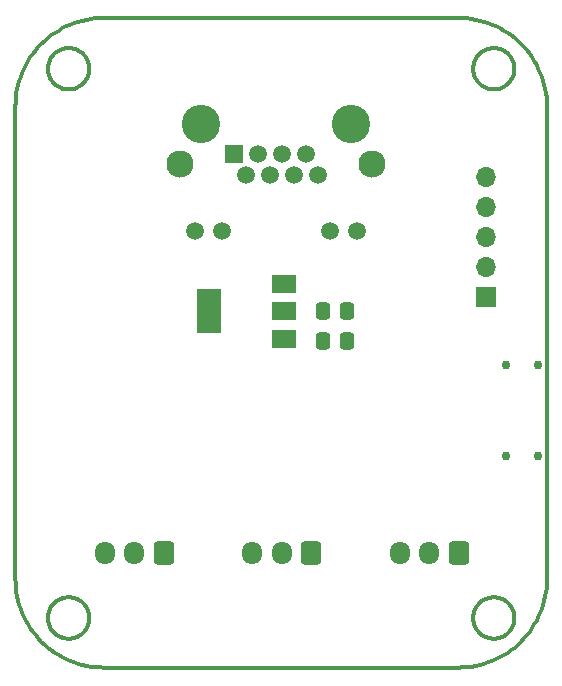
<source format=gbr>
%TF.GenerationSoftware,KiCad,Pcbnew,6.0.9+dfsg-1~bpo11+1*%
%TF.CreationDate,2022-12-30T14:53:09-06:00*%
%TF.ProjectId,Pedals,50656461-6c73-42e6-9b69-6361645f7063,rev?*%
%TF.SameCoordinates,Original*%
%TF.FileFunction,Soldermask,Bot*%
%TF.FilePolarity,Negative*%
%FSLAX46Y46*%
G04 Gerber Fmt 4.6, Leading zero omitted, Abs format (unit mm)*
G04 Created by KiCad (PCBNEW 6.0.9+dfsg-1~bpo11+1) date 2022-12-30 14:53:09*
%MOMM*%
%LPD*%
G01*
G04 APERTURE LIST*
G04 Aperture macros list*
%AMRoundRect*
0 Rectangle with rounded corners*
0 $1 Rounding radius*
0 $2 $3 $4 $5 $6 $7 $8 $9 X,Y pos of 4 corners*
0 Add a 4 corners polygon primitive as box body*
4,1,4,$2,$3,$4,$5,$6,$7,$8,$9,$2,$3,0*
0 Add four circle primitives for the rounded corners*
1,1,$1+$1,$2,$3*
1,1,$1+$1,$4,$5*
1,1,$1+$1,$6,$7*
1,1,$1+$1,$8,$9*
0 Add four rect primitives between the rounded corners*
20,1,$1+$1,$2,$3,$4,$5,0*
20,1,$1+$1,$4,$5,$6,$7,0*
20,1,$1+$1,$6,$7,$8,$9,0*
20,1,$1+$1,$8,$9,$2,$3,0*%
G04 Aperture macros list end*
%TA.AperFunction,Profile*%
%ADD10C,0.349999*%
%TD*%
%ADD11RoundRect,0.250000X0.600000X0.725000X-0.600000X0.725000X-0.600000X-0.725000X0.600000X-0.725000X0*%
%ADD12O,1.700000X1.950000*%
%ADD13C,3.250000*%
%ADD14R,1.500000X1.500000*%
%ADD15C,1.500000*%
%ADD16C,2.300000*%
%ADD17C,0.750000*%
%ADD18R,1.700000X1.700000*%
%ADD19O,1.700000X1.700000*%
%ADD20RoundRect,0.250000X-0.337500X-0.475000X0.337500X-0.475000X0.337500X0.475000X-0.337500X0.475000X0*%
%ADD21R,2.000000X1.500000*%
%ADD22R,2.000000X3.800000*%
G04 APERTURE END LIST*
D10*
X163336833Y-77300384D02*
X163402943Y-77352336D01*
X164097310Y-77664445D02*
X164183488Y-77679835D01*
X164359941Y-77697722D02*
X164449996Y-77699999D01*
X125210088Y-74988996D02*
X125421681Y-74687955D01*
X129208697Y-124027430D02*
X129284154Y-123988784D01*
X168510819Y-76621198D02*
X168625807Y-76968736D01*
X165852333Y-121402946D02*
X165800381Y-121336836D01*
X129268735Y-71974189D02*
X129621871Y-71876192D01*
X162911211Y-76784153D02*
X162953349Y-76857438D01*
X126702277Y-122540054D02*
X126709035Y-122628927D01*
X164012643Y-124144904D02*
X164097310Y-124164445D01*
X130144905Y-76387352D02*
X130164446Y-76302685D01*
X128921198Y-72089177D02*
X129268735Y-71974189D01*
X165745378Y-77126660D02*
X165800381Y-77063162D01*
X126953353Y-123357438D02*
X126998872Y-123428441D01*
X130190964Y-76128927D02*
X130197722Y-76040054D01*
X129563162Y-77300384D02*
X129626660Y-77245381D01*
X168913296Y-78408717D02*
X168940779Y-78778096D01*
X129626660Y-121154617D02*
X129563162Y-121099614D01*
X125013959Y-75299323D02*
X125210088Y-74988996D01*
X164449996Y-77699999D02*
X164449996Y-77699999D01*
X166093807Y-75348290D02*
X166062472Y-75268820D01*
X131449999Y-71650000D02*
X161449996Y-71650000D01*
X123986700Y-78408717D02*
X124032193Y-78042476D01*
X130179835Y-122716507D02*
X130190964Y-122628927D01*
X127768820Y-124062475D02*
X127848290Y-124093810D01*
X127288995Y-72910088D02*
X127599322Y-72713959D01*
X124669112Y-75945376D02*
X124833549Y-75618321D01*
X165912041Y-73121681D02*
X166203181Y-73348484D01*
X126755094Y-122012646D02*
X126735553Y-122097313D01*
X129563162Y-121099614D02*
X129497053Y-121047662D01*
X166093807Y-123051708D02*
X166121319Y-122970396D01*
X164628923Y-124190964D02*
X164716504Y-124179835D01*
X165051705Y-124093810D02*
X165131175Y-124062475D01*
X130164446Y-122097313D02*
X130144905Y-122012646D01*
X165357435Y-120953352D02*
X165284150Y-120911214D01*
X168804554Y-77679989D02*
X168867803Y-78042476D01*
X128802686Y-74235553D02*
X128716507Y-74220163D01*
X165208694Y-124027430D02*
X165284150Y-123988784D01*
X129208697Y-77527430D02*
X129284154Y-77488784D01*
X128887352Y-124144904D02*
X128970396Y-124121323D01*
X129745381Y-121273338D02*
X129687437Y-121212562D01*
X125890241Y-74116192D02*
X126146699Y-73846699D01*
X166190961Y-122628927D02*
X166197719Y-122540054D01*
X163402943Y-123852336D02*
X163471554Y-123901127D01*
X165901124Y-121471557D02*
X165852333Y-121402946D01*
X128271072Y-74209034D02*
X128183491Y-74220163D01*
X162755091Y-122887352D02*
X162778672Y-122970396D01*
X128449999Y-120699999D02*
X128449999Y-120699999D01*
X128449999Y-124199999D02*
X128449999Y-124199999D01*
X129626660Y-123745381D02*
X129687437Y-123687436D01*
X130121323Y-122970396D02*
X130144905Y-122887352D01*
X162998868Y-74971557D02*
X162953349Y-75042560D01*
X129946646Y-75042560D02*
X129901127Y-74971557D01*
X125648483Y-123903185D02*
X125421681Y-123612045D01*
X129800385Y-121336836D02*
X129745381Y-121273338D01*
X127154617Y-123626660D02*
X127212562Y-123687436D01*
X124274189Y-121331264D02*
X124176192Y-120978129D01*
X162872565Y-75191301D02*
X162837519Y-75268820D01*
X162778672Y-75429602D02*
X162755091Y-75512646D01*
X166483805Y-73590241D02*
X166753299Y-73846699D01*
X168949996Y-119150000D02*
X168940779Y-119521903D01*
X164887349Y-124144904D02*
X164970393Y-124121323D01*
X162720160Y-76216507D02*
X162735550Y-76302685D01*
X166199996Y-122449999D02*
X166199996Y-122449999D01*
X166179832Y-122716507D02*
X166190961Y-122628927D01*
X126702277Y-122359944D02*
X126700000Y-122449999D01*
X167886037Y-123000677D02*
X167689909Y-123311004D01*
X163047659Y-74902946D02*
X162998868Y-74971557D01*
X165852333Y-76997052D02*
X165901124Y-76928441D01*
X129626660Y-74654617D02*
X129563162Y-74599614D01*
X129428441Y-77401127D02*
X129497053Y-77352336D01*
X127336837Y-123800384D02*
X127402946Y-123852336D01*
X162735550Y-76302685D02*
X162755091Y-76387352D01*
X166199996Y-75949999D02*
X166197719Y-75859944D01*
X130093810Y-121848290D02*
X130062476Y-121768820D01*
X125421681Y-123612045D02*
X125210088Y-123311004D01*
X128012647Y-74255094D02*
X127929603Y-74278675D01*
X130027430Y-76708697D02*
X130062476Y-76631178D01*
X129357438Y-77446646D02*
X129428441Y-77401127D01*
X163212559Y-121212562D02*
X163154614Y-121273338D01*
X126806189Y-76551708D02*
X126837523Y-76631178D01*
X127615845Y-120911214D02*
X127542560Y-120953352D01*
X124176192Y-77321871D02*
X124274189Y-76968736D01*
X130062476Y-123131178D02*
X130093810Y-123051708D01*
X129621871Y-126423808D02*
X129268735Y-126325811D01*
X126696815Y-124951517D02*
X126416192Y-124709760D01*
X165131175Y-120837523D02*
X165051705Y-120806188D01*
X164970393Y-74278675D02*
X164887349Y-74255094D01*
X131449999Y-71650000D02*
X131449999Y-71650000D01*
X128802686Y-124164445D02*
X128887352Y-124144904D01*
X130093810Y-123051708D02*
X130121323Y-122970396D01*
X162911211Y-121615845D02*
X162872565Y-121691301D01*
X162720160Y-75683491D02*
X162709031Y-75771071D01*
X165284150Y-123988784D02*
X165357435Y-123946646D01*
X130199999Y-75949999D02*
X130199999Y-75949999D01*
X168867803Y-120257523D02*
X168804554Y-120620010D01*
X131449999Y-126650000D02*
X131449999Y-126650000D01*
X166197719Y-122359944D02*
X166190961Y-122271071D01*
X165131175Y-124062475D02*
X165208694Y-124027430D01*
X162911211Y-75115845D02*
X162872565Y-75191301D01*
X130027430Y-123208697D02*
X130062476Y-123131178D01*
X163615842Y-120911214D02*
X163542557Y-120953352D01*
X163631260Y-126325811D02*
X163278125Y-126423808D01*
X126720163Y-122183491D02*
X126709035Y-122271071D01*
X128802686Y-77664445D02*
X128887352Y-77644904D01*
X164359941Y-74202276D02*
X164271068Y-74209034D01*
X163615842Y-74411214D02*
X163542557Y-74453352D01*
X165284150Y-74411214D02*
X165208694Y-74372568D01*
X126953353Y-76857438D02*
X126998872Y-76928441D01*
X126735553Y-75597313D02*
X126720163Y-75683491D01*
X162709031Y-75771071D02*
X162702273Y-75859944D01*
X127154617Y-77126660D02*
X127212562Y-77187436D01*
X166062472Y-76631178D02*
X166093807Y-76551708D01*
X127099614Y-77063162D02*
X127154617Y-77126660D01*
X162837519Y-75268820D02*
X162806185Y-75348290D01*
X123959217Y-78778096D02*
X123986700Y-78408717D01*
X127848290Y-74306188D02*
X127768820Y-74337523D01*
X164981675Y-72533549D02*
X165300674Y-72713959D01*
X166062472Y-121768820D02*
X166027427Y-121691301D01*
X129131179Y-74337523D02*
X129051708Y-74306188D01*
X124833549Y-122681679D02*
X124669112Y-122354623D01*
X127336837Y-121099614D02*
X127273339Y-121154617D01*
X166753299Y-124453303D02*
X166753299Y-124453303D01*
X162720160Y-122716507D02*
X162735550Y-122802685D01*
X128970396Y-120778675D02*
X128887352Y-120755094D01*
X126998872Y-74971557D02*
X126953353Y-75042560D01*
X166190961Y-76128927D02*
X166197719Y-76040054D01*
X127099614Y-74836836D02*
X127047662Y-74902946D01*
X168379093Y-122020126D02*
X168230884Y-122354623D01*
X129687437Y-74712562D02*
X129626660Y-74654617D01*
X126735553Y-122802685D02*
X126755094Y-122887352D01*
X165497049Y-74547662D02*
X165428438Y-74498871D01*
X127047662Y-123497052D02*
X127099614Y-123563162D01*
X164540051Y-124197722D02*
X164628923Y-124190964D01*
X166199996Y-75949999D02*
X166199996Y-75949999D01*
X163099611Y-123563162D02*
X163154614Y-123626660D01*
X129051708Y-120806188D02*
X128970396Y-120778675D01*
X130179835Y-75683491D02*
X130164446Y-75597313D01*
X127599322Y-72713959D02*
X127918321Y-72533549D01*
X166190961Y-75771071D02*
X166179832Y-75683491D01*
X130197722Y-122540054D02*
X130199999Y-122449999D01*
X162920006Y-126504558D02*
X162557519Y-126567807D01*
X165626657Y-77245381D02*
X165687433Y-77187436D01*
X164449996Y-120699999D02*
X164449996Y-120699999D01*
X163278125Y-126423808D02*
X162920006Y-126504558D01*
X126700000Y-75949999D02*
X126702277Y-76040054D01*
X127929603Y-120778675D02*
X127848290Y-120806188D01*
X129208697Y-74372568D02*
X129131179Y-74337523D01*
X124520903Y-122020126D02*
X124389177Y-121678801D01*
X127154617Y-121273338D02*
X127099614Y-121336836D01*
X168949996Y-119150000D02*
X168949996Y-119150000D01*
X128579873Y-72220903D02*
X128921198Y-72089177D01*
X129051708Y-74306188D02*
X128970396Y-74278675D01*
X123950000Y-119150000D02*
X123950000Y-79150000D01*
X128628927Y-77690964D02*
X128716507Y-77679835D01*
X166753299Y-124453303D02*
X166483805Y-124709760D01*
X163273335Y-74654617D02*
X163212559Y-74712562D01*
X165428438Y-74498871D02*
X165357435Y-74453352D01*
X126872568Y-76708697D02*
X126911215Y-76784153D01*
X164320122Y-126079096D02*
X163978797Y-126210822D01*
X164540051Y-74202276D02*
X164449996Y-74199999D01*
X163929599Y-74278675D02*
X163848287Y-74306188D01*
X129988784Y-121615845D02*
X129946646Y-121542560D01*
X126911215Y-123284153D02*
X126953353Y-123357438D01*
X128802686Y-120735553D02*
X128716507Y-120720163D01*
X162702273Y-122359944D02*
X162699996Y-122449999D01*
X127336837Y-74599614D02*
X127273339Y-74654617D01*
X166027427Y-76708697D02*
X166062472Y-76631178D01*
X131078096Y-71659217D02*
X131449999Y-71650000D01*
X164359941Y-120702276D02*
X164271068Y-120709034D01*
X127471557Y-123901127D02*
X127542560Y-123946646D01*
X165497049Y-77352336D02*
X165563159Y-77300384D01*
X163848287Y-124093810D02*
X163929599Y-124121323D01*
X127212562Y-74712562D02*
X127154617Y-74773338D01*
X129979989Y-71795442D02*
X130342476Y-71732193D01*
X165051705Y-74306188D02*
X164970393Y-74278675D01*
X165300674Y-72713959D02*
X165611001Y-72910088D01*
X127154617Y-74773338D02*
X127099614Y-74836836D01*
X166121319Y-76470396D02*
X166144901Y-76387352D01*
X129852337Y-74902946D02*
X129800385Y-74836836D01*
X164183488Y-120720163D02*
X164097310Y-120735553D01*
X126872568Y-75191301D02*
X126837523Y-75268820D01*
X128449999Y-77699999D02*
X128449999Y-77699999D01*
X165051705Y-77593810D02*
X165131175Y-77562475D01*
X166197719Y-122540054D02*
X166199996Y-122449999D01*
X163768817Y-77562475D02*
X163848287Y-77593810D01*
X127929603Y-124121323D02*
X128012647Y-124144904D01*
X128716507Y-77679835D02*
X128802686Y-77664445D01*
X168949996Y-79150000D02*
X168949996Y-119150000D01*
X161449996Y-71650000D02*
X161449996Y-71650000D01*
X162702273Y-76040054D02*
X162709031Y-76128927D01*
X166062472Y-75268820D02*
X166027427Y-75191301D01*
X129745381Y-77126660D02*
X129800385Y-77063162D01*
X127691302Y-74372568D02*
X127615845Y-74411214D01*
X127848290Y-120806188D02*
X127768820Y-120837523D01*
X168723804Y-77321871D02*
X168804554Y-77679989D01*
X130144905Y-122012646D02*
X130121323Y-121929602D01*
X127212562Y-77187436D02*
X127273339Y-77245381D01*
X127402946Y-121047662D02*
X127336837Y-121099614D01*
X129901127Y-76928441D02*
X129946646Y-76857438D01*
X129497053Y-123852336D02*
X129563162Y-123800384D01*
X128921198Y-126210822D02*
X128579873Y-126079096D01*
X168066447Y-122681679D02*
X167886037Y-123000677D01*
X129208697Y-120872568D02*
X129131179Y-120837523D01*
X128183491Y-74220163D02*
X128097313Y-74235553D01*
X125648483Y-74396816D02*
X125890241Y-74116192D01*
X165687433Y-123687436D02*
X165745378Y-123626660D01*
X163978797Y-72089177D02*
X164320122Y-72220903D01*
X127273339Y-123745381D02*
X127336837Y-123800384D01*
X165563159Y-121099614D02*
X165497049Y-121047662D01*
X165988781Y-121615845D02*
X165946643Y-121542560D01*
X165563159Y-77300384D02*
X165626657Y-77245381D01*
X130342476Y-126567807D02*
X129979989Y-126504558D01*
X123950000Y-79150000D02*
X123959217Y-78778096D01*
X129946646Y-121542560D02*
X129901127Y-121471557D01*
X127929603Y-77621323D02*
X128012647Y-77644904D01*
X164802682Y-120735553D02*
X164716504Y-120720163D01*
X130199999Y-122449999D02*
X130199999Y-122449999D01*
X124520903Y-76279874D02*
X124669112Y-75945376D01*
X126416192Y-73590241D02*
X126696815Y-73348484D01*
X129988784Y-75115845D02*
X129946646Y-75042560D01*
X162837519Y-121768820D02*
X162806185Y-121848290D01*
X130062476Y-75268820D02*
X130027430Y-75191301D01*
X165946643Y-75042560D02*
X165901124Y-74971557D01*
X127768820Y-120837523D02*
X127691302Y-120872568D01*
X164716504Y-77679835D02*
X164802682Y-77664445D01*
X163691298Y-77527430D02*
X163768817Y-77562475D01*
X163047659Y-76997052D02*
X163099611Y-77063162D01*
X126998872Y-123428441D02*
X127047662Y-123497052D01*
X164359941Y-124197722D02*
X164449996Y-124199999D01*
X166144901Y-75512646D02*
X166121319Y-75429602D01*
X162699996Y-75949999D02*
X162699996Y-75949999D01*
X165852333Y-123497052D02*
X165901124Y-123428441D01*
X163273335Y-77245381D02*
X163336833Y-77300384D01*
X164970393Y-77621323D02*
X165051705Y-77593810D01*
X168230884Y-122354623D02*
X168066447Y-122681679D01*
X162872565Y-76708697D02*
X162911211Y-76784153D01*
X128887352Y-120755094D02*
X128802686Y-120735553D01*
X164887349Y-74255094D02*
X164802682Y-74235553D01*
X128245376Y-125930888D02*
X127918321Y-125766451D01*
X168949996Y-79150000D02*
X168949996Y-79150000D01*
X163929599Y-77621323D02*
X164012643Y-77644904D01*
X130164446Y-75597313D02*
X130144905Y-75512646D01*
X129497053Y-77352336D02*
X129563162Y-77300384D01*
X128359944Y-120702276D02*
X128271072Y-120709034D01*
X164097310Y-124164445D02*
X164183488Y-124179835D01*
X123986700Y-119891283D02*
X123959217Y-119521903D01*
X164271068Y-77690964D02*
X164359941Y-77697722D01*
X164012643Y-120755094D02*
X163929599Y-120778675D01*
X168867803Y-78042476D02*
X168913296Y-78408717D01*
X165563159Y-123800384D02*
X165626657Y-123745381D01*
X167009756Y-74116192D02*
X167251513Y-74396816D01*
X163099611Y-77063162D02*
X163154614Y-77126660D01*
X129852337Y-123497052D02*
X129901127Y-123428441D01*
X166199996Y-122449999D02*
X166199996Y-122449999D01*
X130197722Y-76040054D02*
X130199999Y-75949999D01*
X165852333Y-74902946D02*
X165800381Y-74836836D01*
X128097313Y-124164445D02*
X128183491Y-124179835D01*
X129428441Y-123901127D02*
X129497053Y-123852336D01*
X164449996Y-120699999D02*
X164359941Y-120702276D01*
X164271068Y-120709034D02*
X164183488Y-120720163D01*
X164716504Y-120720163D02*
X164628923Y-120709034D01*
X126755094Y-76387352D02*
X126778676Y-76470396D01*
X163768817Y-120837523D02*
X163691298Y-120872568D01*
X130190964Y-75771071D02*
X130179835Y-75683491D01*
X126720163Y-76216507D02*
X126735553Y-76302685D01*
X130164446Y-76302685D02*
X130179835Y-76216507D01*
X163471554Y-77401127D02*
X163542557Y-77446646D01*
X166164442Y-122802685D02*
X166179832Y-122716507D01*
X127273339Y-74654617D02*
X127212562Y-74712562D01*
X164097310Y-74235553D02*
X164012643Y-74255094D01*
X130164446Y-122802685D02*
X130179835Y-122716507D01*
X166190961Y-122271071D02*
X166179832Y-122183491D01*
X162191279Y-126613300D02*
X161821900Y-126640782D01*
X166164442Y-76302685D02*
X166179832Y-76216507D01*
X129946646Y-123357438D02*
X129988784Y-123284153D01*
X128628927Y-120709034D02*
X128540054Y-120702276D01*
X124095442Y-120620010D02*
X124032193Y-120257523D01*
X128359944Y-77697722D02*
X128449999Y-77699999D01*
X129800385Y-74836836D02*
X129745381Y-74773338D01*
X166093807Y-121848290D02*
X166062472Y-121768820D01*
X126709035Y-76128927D02*
X126720163Y-76216507D01*
X130027430Y-75191301D02*
X129988784Y-75115845D01*
X165901124Y-74971557D02*
X165852333Y-74902946D01*
X126872568Y-123208697D02*
X126911215Y-123284153D01*
X166144901Y-122012646D02*
X166121319Y-121929602D01*
X126735553Y-76302685D02*
X126755094Y-76387352D01*
X168625807Y-121331264D02*
X168510819Y-121678801D01*
X128970396Y-74278675D02*
X128887352Y-74255094D01*
X130062476Y-76631178D02*
X130093810Y-76551708D01*
X129621871Y-71876192D02*
X129979989Y-71795442D01*
X165051705Y-120806188D02*
X164970393Y-120778675D01*
X165946643Y-121542560D02*
X165901124Y-121471557D01*
X167689909Y-74988996D02*
X167886037Y-75299323D01*
X129901127Y-74971557D02*
X129852337Y-74902946D01*
X126806189Y-75348290D02*
X126778676Y-75429602D01*
X126700000Y-122449999D02*
X126700000Y-122449999D01*
X126720163Y-122716507D02*
X126735553Y-122802685D01*
X127099614Y-123563162D02*
X127154617Y-123626660D01*
X127402946Y-77352336D02*
X127471557Y-77401127D01*
X129284154Y-74411214D02*
X129208697Y-74372568D01*
X128540054Y-74202276D02*
X128449999Y-74199999D01*
X130708716Y-126613300D02*
X130342476Y-126567807D01*
X161821900Y-126640782D02*
X161449996Y-126650000D01*
X166093807Y-76551708D02*
X166121319Y-76470396D01*
X126911215Y-121615845D02*
X126872568Y-121691301D01*
X128097313Y-77664445D02*
X128183491Y-77679835D01*
X163273335Y-123745381D02*
X163336833Y-123800384D01*
X126998872Y-76928441D02*
X127047662Y-76997052D01*
X124095442Y-77679989D02*
X124176192Y-77321871D01*
X129428441Y-120998871D02*
X129357438Y-120953352D01*
X168510819Y-121678801D02*
X168379093Y-122020126D01*
X163471554Y-74498871D02*
X163402943Y-74547662D01*
X161449996Y-71650000D02*
X161821900Y-71659217D01*
X163471554Y-123901127D02*
X163542557Y-123946646D01*
X129268735Y-126325811D02*
X128921198Y-126210822D01*
X129497053Y-121047662D02*
X129428441Y-120998871D01*
X129687437Y-121212562D02*
X129626660Y-121154617D01*
X127615845Y-74411214D02*
X127542560Y-74453352D01*
X127336837Y-77300384D02*
X127402946Y-77352336D01*
X162806185Y-75348290D02*
X162778672Y-75429602D01*
X163336833Y-74599614D02*
X163273335Y-74654617D01*
X126953353Y-121542560D02*
X126911215Y-121615845D01*
X161449996Y-126650000D02*
X131449999Y-126650000D01*
X130121323Y-75429602D02*
X130093810Y-75348290D01*
X164887349Y-77644904D02*
X164970393Y-77621323D01*
X163631260Y-71974189D02*
X163978797Y-72089177D01*
X126806189Y-121848290D02*
X126778676Y-121929602D01*
X128579873Y-126079096D02*
X128245376Y-125930888D01*
X163154614Y-121273338D02*
X163099611Y-121336836D01*
X128449999Y-74199999D02*
X128449999Y-74199999D01*
X129357438Y-123946646D02*
X129428441Y-123901127D01*
X162806185Y-76551708D02*
X162837519Y-76631178D01*
X127615845Y-77488784D02*
X127691302Y-77527430D01*
X162735550Y-122802685D02*
X162755091Y-122887352D01*
X127542560Y-77446646D02*
X127615845Y-77488784D01*
X162557519Y-126567807D02*
X162191279Y-126613300D01*
X126987955Y-125178320D02*
X126696815Y-124951517D01*
X127615845Y-123988784D02*
X127691302Y-124027430D01*
X129988784Y-76784153D02*
X130027430Y-76708697D01*
X128716507Y-74220163D02*
X128628927Y-74209034D01*
X165745378Y-123626660D02*
X165800381Y-123563162D01*
X163471554Y-120998871D02*
X163402943Y-121047662D01*
X128183491Y-124179835D02*
X128271072Y-124190964D01*
X166121319Y-75429602D02*
X166093807Y-75348290D01*
X163154614Y-77126660D02*
X163212559Y-77187436D01*
X163542557Y-120953352D02*
X163471554Y-120998871D01*
X168230884Y-75945376D02*
X168379093Y-76279874D01*
X164012643Y-74255094D02*
X163929599Y-74278675D01*
X129979989Y-126504558D02*
X129621871Y-126423808D01*
X128449999Y-74199999D02*
X128359944Y-74202276D01*
X128359944Y-124197722D02*
X128449999Y-124199999D01*
X162709031Y-122271071D02*
X162702273Y-122359944D01*
X124833549Y-75618321D02*
X125013959Y-75299323D01*
X164449996Y-74199999D02*
X164359941Y-74202276D01*
X165131175Y-77562475D02*
X165208694Y-77527430D01*
X165497049Y-123852336D02*
X165563159Y-123800384D01*
X163336833Y-121099614D02*
X163273335Y-121154617D01*
X129745381Y-123626660D02*
X129800385Y-123563162D01*
X128183491Y-120720163D02*
X128097313Y-120735553D01*
X162953349Y-121542560D02*
X162911211Y-121615845D01*
X124389177Y-121678801D02*
X124274189Y-121331264D01*
X127691302Y-120872568D02*
X127615845Y-120911214D01*
X127929603Y-74278675D02*
X127848290Y-74306188D01*
X162778672Y-76470396D02*
X162806185Y-76551708D01*
X165208694Y-77527430D02*
X165284150Y-77488784D01*
X128628927Y-124190964D02*
X128716507Y-124179835D01*
X165357435Y-77446646D02*
X165428438Y-77401127D01*
X128271072Y-77690964D02*
X128359944Y-77697722D01*
X162837519Y-76631178D02*
X162872565Y-76708697D01*
X163691298Y-120872568D02*
X163615842Y-120911214D01*
X163768817Y-124062475D02*
X163848287Y-124093810D01*
X165800381Y-121336836D02*
X165745378Y-121273338D01*
X168940779Y-78778096D02*
X168949996Y-79150000D01*
X129800385Y-123563162D02*
X129852337Y-123497052D01*
X130144905Y-75512646D02*
X130121323Y-75429602D01*
X163768817Y-74337523D02*
X163691298Y-74372568D01*
X166199996Y-122449999D02*
X166197719Y-122359944D01*
X165497049Y-121047662D02*
X165428438Y-120998871D01*
X129946646Y-76857438D02*
X129988784Y-76784153D01*
X126702277Y-75859944D02*
X126700000Y-75949999D01*
X162709031Y-122628927D02*
X162720160Y-122716507D01*
X164628923Y-74209034D02*
X164540051Y-74202276D01*
X164271068Y-74209034D02*
X164183488Y-74220163D01*
X163402943Y-77352336D02*
X163471554Y-77401127D01*
X165988781Y-75115845D02*
X165946643Y-75042560D01*
X164320122Y-72220903D02*
X164654620Y-72369112D01*
X130062476Y-121768820D02*
X130027430Y-121691301D01*
X164716504Y-74220163D02*
X164628923Y-74209034D01*
X167886037Y-75299323D02*
X168066447Y-75618321D01*
X126778676Y-76470396D02*
X126806189Y-76551708D01*
X124669112Y-122354623D02*
X124520903Y-122020126D01*
X127099614Y-121336836D02*
X127047662Y-121402946D01*
X163212559Y-77187436D02*
X163273335Y-77245381D01*
X166164442Y-122097313D02*
X166144901Y-122012646D01*
X167689909Y-123311004D02*
X167478316Y-123612045D01*
X130199999Y-122449999D02*
X130197722Y-122359944D01*
X130190964Y-122271071D02*
X130179835Y-122183491D01*
X163154614Y-74773338D02*
X163099611Y-74836836D01*
X127848290Y-77593810D02*
X127929603Y-77621323D01*
X129626660Y-77245381D02*
X129687437Y-77187436D01*
X163848287Y-120806188D02*
X163768817Y-120837523D01*
X165626657Y-121154617D02*
X165563159Y-121099614D01*
X126911215Y-75115845D02*
X126872568Y-75191301D01*
X165687433Y-121212562D02*
X165626657Y-121154617D01*
X166753299Y-73846699D02*
X166753299Y-73846699D01*
X130121323Y-76470396D02*
X130144905Y-76387352D01*
X163212559Y-74712562D02*
X163154614Y-74773338D01*
X126837523Y-76631178D02*
X126872568Y-76708697D01*
X128540054Y-124197722D02*
X128628927Y-124190964D01*
X128887352Y-77644904D02*
X128970396Y-77621323D01*
X165800381Y-123563162D02*
X165852333Y-123497052D01*
X164802682Y-74235553D02*
X164716504Y-74220163D01*
X165626657Y-123745381D02*
X165687433Y-123687436D01*
X130093810Y-76551708D02*
X130121323Y-76470396D01*
X128449999Y-120699999D02*
X128359944Y-120702276D01*
X164449996Y-74199999D02*
X164449996Y-74199999D01*
X130342476Y-71732193D02*
X130708716Y-71686700D01*
X130197722Y-122359944D02*
X130190964Y-122271071D01*
X164628923Y-120709034D02*
X164540051Y-120702276D01*
X126700000Y-122449999D02*
X126702277Y-122540054D01*
X166203181Y-73348484D02*
X166483805Y-73590241D01*
X163402943Y-121047662D02*
X163336833Y-121099614D01*
X126416192Y-124709760D02*
X126146699Y-124453303D01*
X161821900Y-71659217D02*
X162191279Y-71686700D01*
X128628927Y-74209034D02*
X128540054Y-74202276D01*
X126720163Y-75683491D02*
X126709035Y-75771071D01*
X167478316Y-123612045D02*
X167251513Y-123903185D01*
X127047662Y-121402946D02*
X126998872Y-121471557D01*
X164097310Y-120735553D02*
X164012643Y-120755094D01*
X128012647Y-77644904D02*
X128097313Y-77664445D01*
X162720160Y-122183491D02*
X162709031Y-122271071D01*
X162998868Y-123428441D02*
X163047659Y-123497052D01*
X126709035Y-122628927D02*
X126720163Y-122716507D01*
X166203181Y-124951517D02*
X165912041Y-125178320D01*
X165687433Y-74712562D02*
X165626657Y-74654617D01*
X162778672Y-122970396D02*
X162806185Y-123051708D01*
X166027427Y-121691301D02*
X165988781Y-121615845D01*
X162872565Y-123208697D02*
X162911211Y-123284153D01*
X130179835Y-76216507D02*
X130190964Y-76128927D01*
X162755091Y-122012646D02*
X162735550Y-122097313D01*
X163542557Y-74453352D02*
X163471554Y-74498871D01*
X168940779Y-119521903D02*
X168913296Y-119891283D01*
X166483805Y-124709760D02*
X166203181Y-124951517D01*
X162755091Y-76387352D02*
X162778672Y-76470396D01*
X163047659Y-123497052D02*
X163099611Y-123563162D01*
X126806189Y-123051708D02*
X126837523Y-123131178D01*
X165626657Y-74654617D02*
X165563159Y-74599614D01*
X165901124Y-76928441D02*
X165946643Y-76857438D01*
X165563159Y-74599614D02*
X165497049Y-74547662D01*
X164540051Y-77697722D02*
X164628923Y-77690964D01*
X164887349Y-120755094D02*
X164802682Y-120735553D01*
X165284150Y-77488784D02*
X165357435Y-77446646D01*
X166179832Y-122183491D02*
X166164442Y-122097313D01*
X127288995Y-125389912D02*
X126987955Y-125178320D01*
X130121323Y-121929602D02*
X130093810Y-121848290D01*
X165687433Y-77187436D02*
X165745378Y-77126660D01*
X162709031Y-76128927D02*
X162720160Y-76216507D01*
X165300674Y-125586041D02*
X164981675Y-125766451D01*
X127047662Y-74902946D02*
X126998872Y-74971557D01*
X127273339Y-121154617D02*
X127212562Y-121212562D01*
X126778676Y-121929602D02*
X126755094Y-122012646D01*
X164449996Y-124199999D02*
X164449996Y-124199999D01*
X163691298Y-74372568D02*
X163615842Y-74411214D01*
X128970396Y-124121323D02*
X129051708Y-124093810D01*
X129745381Y-74773338D02*
X129687437Y-74712562D01*
X125890241Y-124183809D02*
X125648483Y-123903185D01*
X165611001Y-72910088D02*
X165912041Y-73121681D01*
X163848287Y-77593810D02*
X163929599Y-77621323D01*
X128970396Y-77621323D02*
X129051708Y-77593810D01*
X166164442Y-75597313D02*
X166144901Y-75512646D01*
X128716507Y-124179835D02*
X128802686Y-124164445D01*
X127471557Y-74498871D02*
X127402946Y-74547662D01*
X130708716Y-71686700D02*
X131078096Y-71659217D01*
X128097313Y-74235553D02*
X128012647Y-74255094D01*
X125210088Y-123311004D02*
X125013959Y-123000677D01*
X165428438Y-123901127D02*
X165497049Y-123852336D01*
X126146699Y-124453303D02*
X125890241Y-124183809D01*
X127471557Y-77401127D02*
X127542560Y-77446646D01*
X165131175Y-74337523D02*
X165051705Y-74306188D01*
X128716507Y-120720163D02*
X128628927Y-120709034D01*
X131449999Y-126650000D02*
X131078096Y-126640782D01*
X128449999Y-124199999D02*
X128540054Y-124197722D01*
X164183488Y-77679835D02*
X164271068Y-77690964D01*
X130199999Y-75949999D02*
X130197722Y-75859944D01*
X162998868Y-76928441D02*
X163047659Y-76997052D01*
X126146699Y-124453303D02*
X126146699Y-124453303D01*
X126700000Y-75949999D02*
X126700000Y-75949999D01*
X126778676Y-75429602D02*
X126755094Y-75512646D01*
X168804554Y-120620010D02*
X168723804Y-120978129D01*
X130144905Y-122887352D02*
X130164446Y-122802685D01*
X165428438Y-120998871D02*
X165357435Y-120953352D01*
X166753299Y-73846699D02*
X167009756Y-74116192D01*
X161449996Y-126650000D02*
X161449996Y-126650000D01*
X125421681Y-74687955D02*
X125648483Y-74396816D01*
X123950000Y-79150000D02*
X123950000Y-79150000D01*
X127273339Y-77245381D02*
X127336837Y-77300384D01*
X127471557Y-120998871D02*
X127402946Y-121047662D01*
X128183491Y-77679835D02*
X128271072Y-77690964D01*
X163542557Y-123946646D02*
X163615842Y-123988784D01*
X165745378Y-121273338D02*
X165687433Y-121212562D01*
X130027430Y-121691301D02*
X129988784Y-121615845D01*
X131078096Y-126640782D02*
X130708716Y-126613300D01*
X165800381Y-74836836D02*
X165745378Y-74773338D01*
X166027427Y-75191301D02*
X165988781Y-75115845D01*
X126837523Y-75268820D02*
X126806189Y-75348290D01*
X126987955Y-73121681D02*
X127288995Y-72910088D01*
X163691298Y-124027430D02*
X163768817Y-124062475D01*
X128271072Y-124190964D02*
X128359944Y-124197722D01*
X162702273Y-122540054D02*
X162709031Y-122628927D01*
X130179835Y-122183491D02*
X130164446Y-122097313D01*
X127047662Y-76997052D02*
X127099614Y-77063162D01*
X126709035Y-75771071D02*
X126702277Y-75859944D01*
X126696815Y-73348484D02*
X126987955Y-73121681D01*
X168379093Y-76279874D02*
X168510819Y-76621198D01*
X164449996Y-124199999D02*
X164540051Y-124197722D01*
X129051708Y-124093810D02*
X129131179Y-124062475D01*
X165901124Y-123428441D02*
X165946643Y-123357438D01*
X163212559Y-123687436D02*
X163273335Y-123745381D01*
X124389177Y-76621198D02*
X124520903Y-76279874D01*
X164271068Y-124190964D02*
X164359941Y-124197722D01*
X129131179Y-120837523D02*
X129051708Y-120806188D01*
X124176192Y-120978129D02*
X124095442Y-120620010D01*
X162920006Y-71795442D02*
X163278125Y-71876192D01*
X165357435Y-74453352D02*
X165284150Y-74411214D01*
X126709035Y-122271071D02*
X126702277Y-122359944D01*
X128449999Y-77699999D02*
X128540054Y-77697722D01*
X167251513Y-123903185D02*
X167009756Y-124183809D01*
X166121319Y-122970396D02*
X166144901Y-122887352D01*
X128540054Y-120702276D02*
X128449999Y-120699999D01*
X164802682Y-77664445D02*
X164887349Y-77644904D01*
X164183488Y-74220163D02*
X164097310Y-74235553D01*
X165946643Y-123357438D02*
X165988781Y-123284153D01*
X129687437Y-123687436D02*
X129745381Y-123626660D01*
X162778672Y-121929602D02*
X162755091Y-122012646D01*
X129284154Y-77488784D02*
X129357438Y-77446646D01*
X165800381Y-77063162D02*
X165852333Y-76997052D01*
X163154614Y-123626660D02*
X163212559Y-123687436D01*
X129901127Y-123428441D02*
X129946646Y-123357438D01*
X165208694Y-74372568D02*
X165131175Y-74337523D01*
X130199999Y-75949999D02*
X130199999Y-75949999D01*
X129428441Y-74498871D02*
X129357438Y-74453352D01*
X126146699Y-73846699D02*
X126416192Y-73590241D01*
X166197719Y-75859944D02*
X166190961Y-75771071D01*
X163099611Y-74836836D02*
X163047659Y-74902946D01*
X164183488Y-124179835D02*
X164271068Y-124190964D01*
X129988784Y-123284153D02*
X130027430Y-123208697D01*
X128097313Y-120735553D02*
X128012647Y-120755094D01*
X164628923Y-77690964D02*
X164716504Y-77679835D01*
X165745378Y-74773338D02*
X165687433Y-74712562D01*
X129852337Y-76997052D02*
X129901127Y-76928441D01*
X162735550Y-122097313D02*
X162720160Y-122183491D01*
X162699996Y-122449999D02*
X162699996Y-122449999D01*
X127402946Y-123852336D02*
X127471557Y-123901127D01*
X125013959Y-123000677D02*
X124833549Y-122681679D01*
X162872565Y-121691301D02*
X162837519Y-121768820D01*
X124032193Y-78042476D02*
X124095442Y-77679989D01*
X165988781Y-123284153D02*
X166027427Y-123208697D01*
X126911215Y-76784153D02*
X126953353Y-76857438D01*
X126872568Y-121691301D02*
X126837523Y-121768820D01*
X162953349Y-75042560D02*
X162911211Y-75115845D01*
X163929599Y-120778675D02*
X163848287Y-120806188D01*
X126837523Y-123131178D02*
X126872568Y-123208697D01*
X168723804Y-120978129D02*
X168625807Y-121331264D01*
X126953353Y-75042560D02*
X126911215Y-75115845D01*
X129563162Y-123800384D02*
X129626660Y-123745381D01*
X126735553Y-122097313D02*
X126720163Y-122183491D01*
X129687437Y-77187436D02*
X129745381Y-77126660D01*
X164970393Y-124121323D02*
X165051705Y-124093810D01*
X129497053Y-74547662D02*
X129428441Y-74498871D01*
X124274189Y-76968736D02*
X124389177Y-76621198D01*
X163542557Y-77446646D02*
X163615842Y-77488784D01*
X128359944Y-74202276D02*
X128271072Y-74209034D01*
X127768820Y-77562475D02*
X127848290Y-77593810D01*
X129357438Y-74453352D02*
X129284154Y-74411214D01*
X164981675Y-125766451D02*
X164654620Y-125930888D01*
X129131179Y-77562475D02*
X129208697Y-77527430D01*
X123959217Y-119521903D02*
X123950000Y-119150000D01*
X162806185Y-123051708D02*
X162837519Y-123131178D01*
X126837523Y-121768820D02*
X126806189Y-121848290D01*
X164540051Y-120702276D02*
X164449996Y-120699999D01*
X129901127Y-121471557D02*
X129852337Y-121402946D01*
X128012647Y-124144904D02*
X128097313Y-124164445D01*
X163402943Y-74547662D02*
X163336833Y-74599614D01*
X163099611Y-121336836D02*
X163047659Y-121402946D01*
X166199996Y-75949999D02*
X166199996Y-75949999D01*
X162998868Y-121471557D02*
X162953349Y-121542560D01*
X127918321Y-72533549D02*
X128245376Y-72369112D01*
X163615842Y-123988784D02*
X163691298Y-124027430D01*
X162699996Y-75949999D02*
X162702273Y-76040054D01*
X164716504Y-124179835D02*
X164802682Y-124164445D01*
X163615842Y-77488784D02*
X163691298Y-77527430D01*
X162837519Y-123131178D02*
X162872565Y-123208697D01*
X166027427Y-123208697D02*
X166062472Y-123131178D01*
X162953349Y-76857438D02*
X162998868Y-76928441D01*
X164012643Y-77644904D02*
X164097310Y-77664445D01*
X129284154Y-123988784D02*
X129357438Y-123946646D01*
X127542560Y-74453352D02*
X127471557Y-74498871D01*
X165988781Y-76784153D02*
X166027427Y-76708697D01*
X127848290Y-124093810D02*
X127929603Y-124121323D01*
X163978797Y-126210822D02*
X163631260Y-126325811D01*
X126778676Y-122970396D02*
X126806189Y-123051708D01*
X126702277Y-76040054D02*
X126709035Y-76128927D01*
X127542560Y-123946646D02*
X127615845Y-123988784D01*
X127542560Y-120953352D02*
X127471557Y-120998871D01*
X168066447Y-75618321D02*
X168230884Y-75945376D01*
X166062472Y-123131178D02*
X166093807Y-123051708D01*
X129852337Y-121402946D02*
X129800385Y-121336836D01*
X162702273Y-75859944D02*
X162699996Y-75949999D01*
X162806185Y-121848290D02*
X162778672Y-121929602D01*
X163848287Y-74306188D02*
X163768817Y-74337523D01*
X164802682Y-124164445D02*
X164887349Y-124144904D01*
X166144901Y-122887352D02*
X166164442Y-122802685D01*
X127918321Y-125766451D02*
X127599322Y-125586041D01*
X128887352Y-74255094D02*
X128802686Y-74235553D01*
X126755094Y-122887352D02*
X126778676Y-122970396D01*
X165208694Y-120872568D02*
X165131175Y-120837523D01*
X165284150Y-120911214D02*
X165208694Y-120872568D01*
X128012647Y-120755094D02*
X127929603Y-120778675D01*
X164970393Y-120778675D02*
X164887349Y-120755094D01*
X129284154Y-120911214D02*
X129208697Y-120872568D01*
X127212562Y-123687436D02*
X127273339Y-123745381D01*
X164654620Y-125930888D02*
X164320122Y-126079096D01*
X168625807Y-76968736D02*
X168723804Y-77321871D01*
X127402946Y-74547662D02*
X127336837Y-74599614D01*
X127212562Y-121212562D02*
X127154617Y-121273338D01*
X164449996Y-77699999D02*
X164540051Y-77697722D01*
X163273335Y-121154617D02*
X163212559Y-121212562D01*
X167478316Y-74687955D02*
X167689909Y-74988996D01*
X130093810Y-75348290D02*
X130062476Y-75268820D01*
X128271072Y-120709034D02*
X128183491Y-120720163D01*
X164654620Y-72369112D02*
X164981675Y-72533549D01*
X163278125Y-71876192D02*
X163631260Y-71974189D01*
X128540054Y-77697722D02*
X128628927Y-77690964D01*
X127768820Y-74337523D02*
X127691302Y-74372568D01*
X166144901Y-76387352D02*
X166164442Y-76302685D01*
X129563162Y-74599614D02*
X129497053Y-74547662D01*
X166179832Y-76216507D02*
X166190961Y-76128927D01*
X130197722Y-75859944D02*
X130190964Y-75771071D01*
X165428438Y-77401127D02*
X165497049Y-77352336D01*
X127691302Y-77527430D02*
X127768820Y-77562475D01*
X162557519Y-71732193D02*
X162920006Y-71795442D01*
X126998872Y-121471557D02*
X126953353Y-121542560D01*
X124032193Y-120257523D02*
X123986700Y-119891283D01*
X165611001Y-125389912D02*
X165300674Y-125586041D01*
X130190964Y-122628927D02*
X130197722Y-122540054D01*
X127691302Y-124027430D02*
X127768820Y-124062475D01*
X162953349Y-123357438D02*
X162998868Y-123428441D01*
X163929599Y-124121323D02*
X164012643Y-124144904D01*
X162191279Y-71686700D02*
X162557519Y-71732193D01*
X167251513Y-74396816D02*
X167478316Y-74687955D01*
X162755091Y-75512646D02*
X162735550Y-75597313D01*
X129051708Y-77593810D02*
X129131179Y-77562475D01*
X162735550Y-75597313D02*
X162720160Y-75683491D01*
X162699996Y-122449999D02*
X162702273Y-122540054D01*
X127599322Y-125586041D02*
X127288995Y-125389912D01*
X167009756Y-124183809D02*
X166753299Y-124453303D01*
X163047659Y-121402946D02*
X162998868Y-121471557D01*
X129357438Y-120953352D02*
X129284154Y-120911214D01*
X166121319Y-121929602D02*
X166093807Y-121848290D01*
X165912041Y-125178320D02*
X165611001Y-125389912D01*
X165357435Y-123946646D02*
X165428438Y-123901127D01*
X129131179Y-124062475D02*
X129208697Y-124027430D01*
X165946643Y-76857438D02*
X165988781Y-76784153D01*
X168913296Y-119891283D02*
X168867803Y-120257523D01*
X163336833Y-123800384D02*
X163402943Y-123852336D01*
X130199999Y-122449999D02*
X130199999Y-122449999D01*
X129800385Y-77063162D02*
X129852337Y-76997052D01*
X166179832Y-75683491D02*
X166164442Y-75597313D01*
X126146699Y-73846699D02*
X126146699Y-73846699D01*
X162911211Y-123284153D02*
X162953349Y-123357438D01*
X126755094Y-75512646D02*
X126735553Y-75597313D01*
X128245376Y-72369112D02*
X128579873Y-72220903D01*
X166197719Y-76040054D02*
X166199996Y-75949999D01*
D11*
%TO.C,BRAKE*%
X149000000Y-116935000D03*
D12*
X146500000Y-116935000D03*
X144000000Y-116935000D03*
%TD*%
D11*
%TO.C,CLUTCH*%
X161500000Y-116967500D03*
D12*
X159000000Y-116967500D03*
X156500000Y-116967500D03*
%TD*%
D13*
%TO.C,DATA*%
X152350000Y-80585000D03*
X139650000Y-80585000D03*
D14*
X142440000Y-83125000D03*
D15*
X143456000Y-84905000D03*
X144472000Y-83125000D03*
X145488000Y-84905000D03*
X146504000Y-83125000D03*
X147520000Y-84905000D03*
X148536000Y-83125000D03*
X149552000Y-84905000D03*
X139140000Y-89725000D03*
X141430000Y-89725000D03*
X150570000Y-89725000D03*
X152860000Y-89725000D03*
D16*
X137870000Y-84015000D03*
X154130000Y-84015000D03*
%TD*%
D17*
%TO.C,RST*%
X168225000Y-108750000D03*
X165475000Y-108750000D03*
%TD*%
%TO.C,BOOT*%
X168225000Y-101000000D03*
X165475000Y-101000000D03*
%TD*%
D11*
%TO.C,ACCEL*%
X136500000Y-116967500D03*
D12*
X134000000Y-116967500D03*
X131500000Y-116967500D03*
%TD*%
D18*
%TO.C,ST-LINK*%
X163800000Y-95300000D03*
D19*
X163800000Y-92760000D03*
X163800000Y-90220000D03*
X163800000Y-87680000D03*
X163800000Y-85140000D03*
%TD*%
D20*
%TO.C,C4*%
X149962500Y-99000000D03*
X152037500Y-99000000D03*
%TD*%
%TO.C,C5*%
X149962500Y-96500000D03*
X152037500Y-96500000D03*
%TD*%
D21*
%TO.C,U2*%
X146650000Y-94200000D03*
X146650000Y-96500000D03*
D22*
X140350000Y-96500000D03*
D21*
X146650000Y-98800000D03*
%TD*%
M02*

</source>
